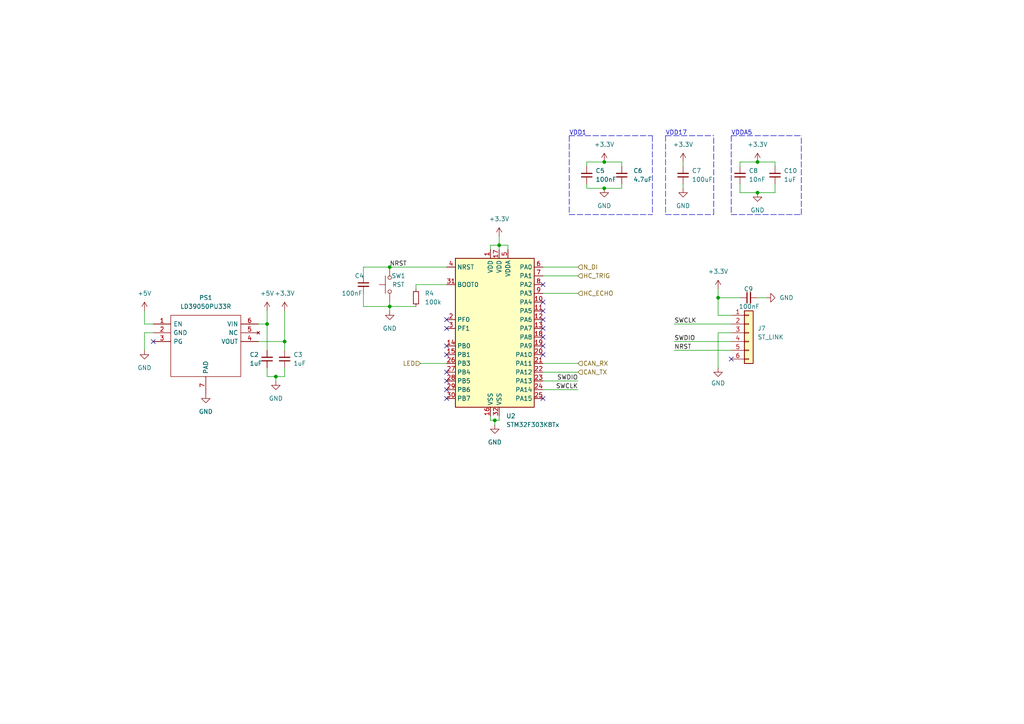
<source format=kicad_sch>
(kicad_sch (version 20211123) (generator eeschema)
  (paper "A4")
  (lib_symbols
    (symbol "Connector_Generic:Conn_01x06" (pin_names (offset 1.016) hide)
      (property "Reference" "J" (at 0 7.62 0))
      (property "Value" "Conn_01x06" (at 0 -10.16 0))
      (symbol "Conn_01x06_1_1"
        (rectangle (start -1.27 -7.493) (end 0 -7.747) (stroke (width 0.1524)))
        (rectangle (start -1.27 -4.953) (end 0 -5.207) (stroke (width 0.1524)))
        (rectangle (start -1.27 -2.413) (end 0 -2.667) (stroke (width 0.1524)))
        (rectangle (start -1.27 0.127) (end 0 -0.127) (stroke (width 0.1524)))
        (rectangle (start -1.27 2.667) (end 0 2.413) (stroke (width 0.1524)))
        (rectangle (start -1.27 5.207) (end 0 4.953) (stroke (width 0.1524)))
        (rectangle (start -1.27 6.35) (end 1.27 -8.89) (stroke (width 0.254)) (fill (type background)))
        (pin passive line (at -5.08 5.08 0) (length 3.81) (name "Pin_1") (number "1"))
        (pin passive line (at -5.08 2.54 0) (length 3.81) (name "Pin_2") (number "2"))
        (pin passive line (at -5.08 0 0) (length 3.81) (name "Pin_3") (number "3"))
        (pin passive line (at -5.08 -2.54 0) (length 3.81) (name "Pin_4") (number "4"))
        (pin passive line (at -5.08 -5.08 0) (length 3.81) (name "Pin_5") (number "5"))
        (pin passive line (at -5.08 -7.62 0) (length 3.81) (name "Pin_6") (number "6"))
      )
    )
    (symbol "Device:C_Small" (pin_numbers hide) (pin_names (offset 0.254) hide)
      (property "Reference" "C" (at 0.254 1.778 0))
      (property "Value" "C_Small" (at 0.254 -2.032 0))
      (symbol "C_Small_0_1"
        (polyline (pts (xy -1.524 -0.508) (xy 1.524 -0.508)) (stroke (width 0.3302)))
        (polyline (pts (xy -1.524 0.508) (xy 1.524 0.508)) (stroke (width 0.3048)))
      )
      (symbol "C_Small_1_1"
        (pin passive line (at 0 2.54 270) (length 2.032) (name "~") (number "1"))
        (pin passive line (at 0 -2.54 90) (length 2.032) (name "~") (number "2"))
      )
    )
    (symbol "Device:R_Small" (pin_numbers hide) (pin_names (offset 0.254) hide)
      (property "Reference" "R" (at 0.762 0.508 0))
      (property "Value" "R_Small" (at 0.762 -1.016 0))
      (symbol "R_Small_0_1"
        (rectangle (start -0.762 1.778) (end 0.762 -1.778) (stroke (width 0.2032)))
      )
      (symbol "R_Small_1_1"
        (pin passive line (at 0 2.54 270) (length 0.762) (name "~") (number "1"))
        (pin passive line (at 0 -2.54 90) (length 0.762) (name "~") (number "2"))
      )
    )
    (symbol "MCU_ST_STM32F3:STM32F303K8Tx"
      (property "Reference" "U" (at -12.7 21.59 0))
      (property "Value" "STM32F303K8Tx" (at 5.08 21.59 0))
      (symbol "STM32F303K8Tx_0_1"
        (rectangle (start -12.7 -22.86) (end 10.16 20.32) (stroke (width 0.254)) (fill (type background)))
      )
      (symbol "STM32F303K8Tx_1_1"
        (pin power_in line (at -2.54 22.86 270) (length 2.54) (name "VDD") (number "1"))
        (pin bidirectional line (at 12.7 7.62 180) (length 2.54) (name "PA4") (number "10"))
        (pin bidirectional line (at 12.7 5.08 180) (length 2.54) (name "PA5") (number "11"))
        (pin bidirectional line (at 12.7 2.54 180) (length 2.54) (name "PA6") (number "12"))
        (pin bidirectional line (at 12.7 0 180) (length 2.54) (name "PA7") (number "13"))
        (pin bidirectional line (at -15.24 -5.08 0) (length 2.54) (name "PB0") (number "14"))
        (pin bidirectional line (at -15.24 -7.62 0) (length 2.54) (name "PB1") (number "15"))
        (pin power_in line (at -2.54 -25.4 90) (length 2.54) (name "VSS") (number "16"))
        (pin power_in line (at 0 22.86 270) (length 2.54) (name "VDD") (number "17"))
        (pin bidirectional line (at 12.7 -2.54 180) (length 2.54) (name "PA8") (number "18"))
        (pin bidirectional line (at 12.7 -5.08 180) (length 2.54) (name "PA9") (number "19"))
        (pin input line (at -15.24 2.54 0) (length 2.54) (name "PF0") (number "2"))
        (pin bidirectional line (at 12.7 -7.62 180) (length 2.54) (name "PA10") (number "20"))
        (pin bidirectional line (at 12.7 -10.16 180) (length 2.54) (name "PA11") (number "21"))
        (pin bidirectional line (at 12.7 -12.7 180) (length 2.54) (name "PA12") (number "22"))
        (pin bidirectional line (at 12.7 -15.24 180) (length 2.54) (name "PA13") (number "23"))
        (pin bidirectional line (at 12.7 -17.78 180) (length 2.54) (name "PA14") (number "24"))
        (pin bidirectional line (at 12.7 -20.32 180) (length 2.54) (name "PA15") (number "25"))
        (pin bidirectional line (at -15.24 -10.16 0) (length 2.54) (name "PB3") (number "26"))
        (pin bidirectional line (at -15.24 -12.7 0) (length 2.54) (name "PB4") (number "27"))
        (pin bidirectional line (at -15.24 -15.24 0) (length 2.54) (name "PB5") (number "28"))
        (pin bidirectional line (at -15.24 -17.78 0) (length 2.54) (name "PB6") (number "29"))
        (pin input line (at -15.24 0 0) (length 2.54) (name "PF1") (number "3"))
        (pin bidirectional line (at -15.24 -20.32 0) (length 2.54) (name "PB7") (number "30"))
        (pin input line (at -15.24 12.7 0) (length 2.54) (name "BOOT0") (number "31"))
        (pin power_in line (at 0 -25.4 90) (length 2.54) (name "VSS") (number "32"))
        (pin input line (at -15.24 17.78 0) (length 2.54) (name "NRST") (number "4"))
        (pin power_in line (at 2.54 22.86 270) (length 2.54) (name "VDDA") (number "5"))
        (pin bidirectional line (at 12.7 17.78 180) (length 2.54) (name "PA0") (number "6"))
        (pin bidirectional line (at 12.7 15.24 180) (length 2.54) (name "PA1") (number "7"))
        (pin bidirectional line (at 12.7 12.7 180) (length 2.54) (name "PA2") (number "8"))
        (pin bidirectional line (at 12.7 10.16 180) (length 2.54) (name "PA3") (number "9"))
      )
    )
    (symbol "My_LIB:LD39050PU33R" (pin_names (offset 0.762))
      (property "Reference" "PS" (at 26.67 7.62 0))
      (property "Value" "LD39050PU33R" (at 26.67 5.08 0))
      (symbol "LD39050PU33R_0_0"
        (pin input line (at 0 0 0) (length 5.08) (name "EN") (number "1"))
        (pin power_in line (at 0 -2.54 0) (length 5.08) (name "GND") (number "2"))
        (pin output line (at 0 -5.08 0) (length 5.08) (name "PG") (number "3"))
        (pin power_out line (at 30.48 -5.08 180) (length 5.08) (name "VOUT") (number "4"))
        (pin no_connect line (at 30.48 -2.54 180) (length 5.08) (name "NC") (number "5"))
        (pin power_in line (at 30.48 0 180) (length 5.08) (name "VIN") (number "6"))
        (pin power_in line (at 15.24 -20.32 90) (length 5.08) (name "PAD") (number "7"))
      )
      (symbol "LD39050PU33R_0_1"
        (polyline (pts (xy 5.08 2.54) (xy 25.4 2.54) (xy 25.4 -15.24) (xy 5.08 -15.24) (xy 5.08 2.54)) (stroke (width 0.1524)))
      )
    )
    (symbol "Switch:SW_Push" (pin_numbers hide) (pin_names (offset 1.016) hide)
      (property "Reference" "SW" (at 1.27 2.54 0))
      (property "Value" "SW_Push" (at 0 -1.524 0))
      (symbol "SW_Push_0_1"
        (circle (center -2.032 0) (radius 0.508))
        (polyline (pts (xy 0 1.27) (xy 0 3.048)))
        (polyline (pts (xy 2.54 1.27) (xy -2.54 1.27)))
        (circle (center 2.032 0) (radius 0.508))
        (pin passive line (at -5.08 0 0) (length 2.54) (name "1") (number "1"))
        (pin passive line (at 5.08 0 180) (length 2.54) (name "2") (number "2"))
      )
    )
    (symbol "power:+3.3V" (power) (pin_names (offset 0))
      (property "Value" "+3.3V" (at 0 3.556 0))
      (symbol "+3.3V_0_1"
        (polyline (pts (xy -0.762 1.27) (xy 0 2.54)))
        (polyline (pts (xy 0 0) (xy 0 2.54)))
        (polyline (pts (xy 0 2.54) (xy 0.762 1.27)))
      )
      (symbol "+3.3V_1_1"
        (pin power_in line (at 0 0 90) (length 0) hide (name "+3.3V") (number "1"))
      )
    )
    (symbol "power:+5V" (power) (pin_names (offset 0))
      (property "Value" "+5V" (at 0 3.556 0))
      (symbol "+5V_0_1"
        (polyline (pts (xy -0.762 1.27) (xy 0 2.54)))
        (polyline (pts (xy 0 0) (xy 0 2.54)))
        (polyline (pts (xy 0 2.54) (xy 0.762 1.27)))
      )
      (symbol "+5V_1_1"
        (pin power_in line (at 0 0 90) (length 0) hide (name "+5V") (number "1"))
      )
    )
    (symbol "power:GND" (power) (pin_names (offset 0))
      (property "Value" "GND" (at 0 -3.81 0))
      (symbol "GND_0_1"
        (polyline (pts (xy 0 0) (xy 0 -1.27) (xy 1.27 -1.27) (xy 0 -2.54) (xy -1.27 -1.27) (xy 0 -1.27)))
      )
      (symbol "GND_1_1"
        (pin power_in line (at 0 0 270) (length 0) hide (name "GND") (number "1"))
      )
    )
  )
  (junction (at 175.26 46.99))
  (junction (at 80.01 109.22))
  (junction (at 219.71 46.99))
  (junction (at 175.26 54.61))
  (junction (at 82.55 99.06))
  (junction (at 143.51 121.92))
  (junction (at 113.03 77.47))
  (junction (at 144.78 71.12))
  (junction (at 219.71 55.88))
  (junction (at 208.28 86.36))
  (junction (at 113.03 88.9))
  (junction (at 77.47 93.98))
  (no_connect (at 157.48 97.79))
  (no_connect (at 129.54 100.33))
  (no_connect (at 157.48 92.71))
  (no_connect (at 129.54 92.71))
  (no_connect (at 157.48 82.55))
  (no_connect (at 212.09 104.14))
  (no_connect (at 129.54 107.95))
  (no_connect (at 157.48 87.63))
  (no_connect (at 129.54 115.57))
  (no_connect (at 129.54 110.49))
  (no_connect (at 129.54 113.03))
  (no_connect (at 129.54 102.87))
  (no_connect (at 157.48 100.33))
  (no_connect (at 157.48 90.17))
  (no_connect (at 157.48 115.57))
  (no_connect (at 157.48 102.87))
  (no_connect (at 44.45 99.06))
  (no_connect (at 157.48 95.25))
  (no_connect (at 129.54 95.25))
  (wire (pts (xy 82.55 90.17) (xy 82.55 99.06)))
  (wire (pts (xy 224.79 55.88) (xy 219.71 55.88)))
  (wire (pts (xy 143.51 121.92) (xy 144.78 121.92)))
  (polyline (pts (xy 207.01 62.23) (xy 207.01 39.37)))
  (wire (pts (xy 77.47 93.98) (xy 74.93 93.98)))
  (wire (pts (xy 77.47 93.98) (xy 77.47 101.6)))
  (wire (pts (xy 212.09 96.52) (xy 208.28 96.52)))
  (wire (pts (xy 157.48 113.03) (xy 167.64 113.03)))
  (wire (pts (xy 170.18 53.34) (xy 170.18 54.61)))
  (polyline (pts (xy 232.41 62.23) (xy 232.41 39.37)))
  (polyline (pts (xy 165.1 62.23) (xy 189.23 62.23)))
  (wire (pts (xy 214.63 46.99) (xy 219.71 46.99)))
  (wire (pts (xy 44.45 96.52) (xy 41.91 96.52)))
  (wire (pts (xy 170.18 48.26) (xy 170.18 46.99)))
  (wire (pts (xy 77.47 109.22) (xy 80.01 109.22)))
  (wire (pts (xy 157.48 77.47) (xy 167.64 77.47)))
  (wire (pts (xy 41.91 90.17) (xy 41.91 93.98)))
  (wire (pts (xy 214.63 48.26) (xy 214.63 46.99)))
  (wire (pts (xy 195.58 93.98) (xy 212.09 93.98)))
  (wire (pts (xy 195.58 101.6) (xy 212.09 101.6)))
  (wire (pts (xy 143.51 121.92) (xy 143.51 123.19)))
  (wire (pts (xy 157.48 105.41) (xy 167.64 105.41)))
  (polyline (pts (xy 165.1 39.37) (xy 165.1 62.23)))
  (wire (pts (xy 219.71 86.36) (xy 222.25 86.36)))
  (wire (pts (xy 120.65 82.55) (xy 129.54 82.55)))
  (wire (pts (xy 120.65 83.82) (xy 120.65 82.55)))
  (wire (pts (xy 157.48 80.01) (xy 167.64 80.01)))
  (wire (pts (xy 170.18 46.99) (xy 175.26 46.99)))
  (wire (pts (xy 113.03 87.63) (xy 113.03 88.9)))
  (wire (pts (xy 105.41 85.09) (xy 105.41 88.9)))
  (wire (pts (xy 157.48 85.09) (xy 167.64 85.09)))
  (wire (pts (xy 82.55 99.06) (xy 82.55 101.6)))
  (wire (pts (xy 142.24 121.92) (xy 143.51 121.92)))
  (wire (pts (xy 198.12 53.34) (xy 198.12 54.61)))
  (polyline (pts (xy 212.09 39.37) (xy 232.41 39.37)))
  (wire (pts (xy 157.48 107.95) (xy 167.64 107.95)))
  (wire (pts (xy 113.03 88.9) (xy 120.65 88.9)))
  (wire (pts (xy 195.58 99.06) (xy 212.09 99.06)))
  (wire (pts (xy 77.47 106.68) (xy 77.47 109.22)))
  (wire (pts (xy 214.63 55.88) (xy 219.71 55.88)))
  (wire (pts (xy 82.55 106.68) (xy 82.55 109.22)))
  (wire (pts (xy 208.28 86.36) (xy 208.28 91.44)))
  (wire (pts (xy 142.24 120.65) (xy 142.24 121.92)))
  (wire (pts (xy 144.78 71.12) (xy 144.78 72.39)))
  (wire (pts (xy 105.41 77.47) (xy 105.41 80.01)))
  (wire (pts (xy 208.28 96.52) (xy 208.28 106.68)))
  (wire (pts (xy 180.34 46.99) (xy 180.34 48.26)))
  (wire (pts (xy 113.03 77.47) (xy 129.54 77.47)))
  (wire (pts (xy 74.93 99.06) (xy 82.55 99.06)))
  (wire (pts (xy 208.28 86.36) (xy 214.63 86.36)))
  (wire (pts (xy 214.63 53.34) (xy 214.63 55.88)))
  (wire (pts (xy 105.41 88.9) (xy 113.03 88.9)))
  (wire (pts (xy 44.45 93.98) (xy 41.91 93.98)))
  (wire (pts (xy 157.48 110.49) (xy 167.64 110.49)))
  (wire (pts (xy 144.78 71.12) (xy 147.32 71.12)))
  (wire (pts (xy 170.18 54.61) (xy 175.26 54.61)))
  (polyline (pts (xy 189.23 39.37) (xy 189.23 62.23)))
  (polyline (pts (xy 193.04 62.23) (xy 207.01 62.23)))
  (wire (pts (xy 144.78 121.92) (xy 144.78 120.65)))
  (wire (pts (xy 219.71 46.99) (xy 224.79 46.99)))
  (wire (pts (xy 113.03 88.9) (xy 113.03 90.17)))
  (wire (pts (xy 224.79 46.99) (xy 224.79 48.26)))
  (wire (pts (xy 121.92 105.41) (xy 129.54 105.41)))
  (wire (pts (xy 142.24 71.12) (xy 144.78 71.12)))
  (polyline (pts (xy 212.09 39.37) (xy 212.09 62.23)))
  (wire (pts (xy 208.28 83.82) (xy 208.28 86.36)))
  (wire (pts (xy 212.09 91.44) (xy 208.28 91.44)))
  (wire (pts (xy 147.32 71.12) (xy 147.32 72.39)))
  (polyline (pts (xy 165.1 39.37) (xy 189.23 39.37)))
  (wire (pts (xy 224.79 53.34) (xy 224.79 55.88)))
  (wire (pts (xy 80.01 109.22) (xy 82.55 109.22)))
  (wire (pts (xy 180.34 53.34) (xy 180.34 54.61)))
  (wire (pts (xy 77.47 90.17) (xy 77.47 93.98)))
  (polyline (pts (xy 193.04 39.37) (xy 193.04 62.23)))
  (wire (pts (xy 80.01 109.22) (xy 80.01 110.49)))
  (wire (pts (xy 198.12 46.99) (xy 198.12 48.26)))
  (wire (pts (xy 175.26 54.61) (xy 180.34 54.61)))
  (wire (pts (xy 41.91 96.52) (xy 41.91 101.6)))
  (wire (pts (xy 113.03 77.47) (xy 105.41 77.47)))
  (wire (pts (xy 142.24 72.39) (xy 142.24 71.12)))
  (polyline (pts (xy 212.09 62.23) (xy 232.41 62.23)))
  (wire (pts (xy 175.26 46.99) (xy 180.34 46.99)))
  (wire (pts (xy 144.78 68.58) (xy 144.78 71.12)))
  (polyline (pts (xy 193.04 39.37) (xy 207.01 39.37)))
  (text "VDD17\n" (at 193.04 39.37 0) (effects (font (size 1.27 1.27)) (justify left bottom)))
  (text "VDDA5\n" (at 212.09 39.37 0) (effects (font (size 1.27 1.27)) (justify left bottom)))
  (text "VDD1" (at 165.1 39.37 0) (effects (font (size 1.27 1.27)) (justify left bottom)))
  (label "SWDIO" (at 195.58 99.06 0))
  (label "SWCLK" (at 167.64 113.03 180))
  (label "NRST" (at 113.03 77.47 0))
  (label "SWCLK" (at 195.58 93.98 0))
  (label "SWDIO" (at 167.64 110.49 180))
  (label "NRST" (at 195.58 101.6 0))
  (hierarchical_label "LED" (shape input) (at 121.92 105.41 180))
  (hierarchical_label "CAN_RX" (shape input) (at 167.64 105.41 0))
  (hierarchical_label "N_DI" (shape input) (at 167.64 77.47 0))
  (hierarchical_label "HC_ECHO" (shape input) (at 167.64 85.09 0))
  (hierarchical_label "HC_TRIG" (shape input) (at 167.64 80.01 0))
  (hierarchical_label "CAN_TX" (shape input) (at 167.64 107.95 0))
  (symbol (lib_id "power:+3.3V") (at 144.78 68.58 0) (unit 1)
    (property "Reference" "#PWR020" (effects hide))
    (property "Value" "+3.3V" (at 144.78 63.5 0))
  )
  (symbol (lib_id "power:GND") (at 143.51 123.19 0) (unit 1)
    (property "Reference" "#PWR019" (effects hide))
    (property "Value" "GND" (at 143.51 128.27 0))
  )
  (symbol (lib_id "power:GND") (at 175.26 54.61 0) (unit 1)
    (property "Reference" "#PWR0103" (effects hide))
    (property "Value" "GND" (at 175.26 59.69 0))
  )
  (symbol (lib_id "power:GND") (at 222.25 86.36 90) (unit 1)
    (property "Reference" "#PWR023" (effects hide))
    (property "Value" "GND" (at 226.06 86.3599 90) (effects (justify right)))
  )
  (symbol (lib_id "MCU_ST_STM32F3:STM32F303K8Tx") (at 144.78 95.25 0) (unit 1)
    (property "Reference" "U2" (at 146.7994 120.65 0) (effects (justify left)))
    (property "Value" "STM32F303K8Tx" (at 146.7994 123.19 0) (effects (justify left)))
    (property "Footprint" "Package_QFP:LQFP-32_7x7mm_P0.8mm" (effects hide))
    (property "Datasheet" "http://www.st.com/st-web-ui/static/active/en/resource/technical/document/datasheet/DM00092070.pdf" (effects hide))
  )
  (symbol (lib_id "power:GND") (at 41.91 101.6 0) (unit 1)
    (property "Reference" "#PWR013" (effects hide))
    (property "Value" "GND" (at 41.91 106.68 0))
  )
  (symbol (lib_id "power:GND") (at 80.01 110.49 0) (unit 1)
    (property "Reference" "#PWR016" (effects hide))
    (property "Value" "GND" (at 80.01 115.57 0))
  )
  (symbol (lib_id "Device:C_Small") (at 198.12 50.8 180) (unit 1)
    (property "Reference" "C7" (at 200.66 49.5235 0) (effects (justify right)))
    (property "Value" "100uF" (at 200.66 52.0635 0) (effects (justify right)))
    (property "Footprint" "Capacitor_SMD:C_0603_1608Metric" (effects hide))
  )
  (symbol (lib_id "Device:C_Small") (at 214.63 50.8 180) (unit 1)
    (property "Reference" "C8" (at 217.17 49.5235 0) (effects (justify right)))
    (property "Value" "10nF" (at 217.17 52.0635 0) (effects (justify right)))
    (property "Footprint" "Capacitor_SMD:C_0603_1608Metric" (effects hide))
  )
  (symbol (lib_id "power:+3.3V") (at 198.12 46.99 0) (unit 1)
    (property "Reference" "#PWR0101" (effects hide))
    (property "Value" "+3.3V" (at 198.12 41.91 0))
  )
  (symbol (lib_id "Device:C_Small") (at 170.18 50.8 180) (unit 1)
    (property "Reference" "C5" (at 172.72 49.5235 0) (effects (justify right)))
    (property "Value" "100nF" (at 172.72 52.0635 0) (effects (justify right)))
    (property "Footprint" "Capacitor_SMD:C_0603_1608Metric" (effects hide))
  )
  (symbol (lib_id "power:+3.3V") (at 208.28 83.82 0) (unit 1)
    (property "Reference" "#PWR021" (effects hide))
    (property "Value" "+3.3V" (at 208.28 78.74 0))
  )
  (symbol (lib_id "Device:C_Small") (at 105.41 82.55 0) (unit 1)
    (property "Reference" "C4" (at 102.87 80.01 0) (effects (justify left)))
    (property "Value" "100nF" (at 99.06 85.09 0) (effects (justify left)))
    (property "Footprint" "Capacitor_SMD:C_0603_1608Metric" (effects hide))
  )
  (symbol (lib_id "power:+3.3V") (at 219.71 46.99 0) (unit 1)
    (property "Reference" "#PWR0105" (effects hide))
    (property "Value" "+3.3V" (at 219.71 41.91 0))
  )
  (symbol (lib_id "power:GND") (at 113.03 90.17 0) (unit 1)
    (property "Reference" "#PWR018" (effects hide))
    (property "Value" "GND" (at 113.03 95.25 0))
  )
  (symbol (lib_id "Device:C_Small") (at 82.55 104.14 180) (unit 1)
    (property "Reference" "C3" (at 85.09 102.8635 0) (effects (justify right)))
    (property "Value" "1uF" (at 85.09 105.4035 0) (effects (justify right)))
    (property "Footprint" "Capacitor_SMD:C_0603_1608Metric" (effects hide))
  )
  (symbol (lib_id "power:GND") (at 59.69 114.3 0) (unit 1)
    (property "Reference" "#PWR014" (effects hide))
    (property "Value" "GND" (at 59.69 119.38 0))
  )
  (symbol (lib_id "Device:R_Small") (at 120.65 86.36 0) (unit 1)
    (property "Reference" "R4" (at 123.19 85.0899 0) (effects (justify left)))
    (property "Value" "100k" (at 123.19 87.6299 0) (effects (justify left)))
    (property "Footprint" "Resistor_SMD:R_0603_1608Metric" (effects hide))
  )
  (symbol (lib_id "Switch:SW_Push") (at 113.03 82.55 90) (unit 1)
    (property "Reference" "SW1" (at 115.57 80.01 90))
    (property "Value" "RST" (at 115.57 82.55 90))
    (property "Footprint" "Button_Switch_SMD:SW_SPST_TL3305A" (effects hide))
  )
  (symbol (lib_id "Device:C_Small") (at 77.47 104.14 180) (unit 1)
    (property "Reference" "C2" (at 72.39 102.87 0) (effects (justify right)))
    (property "Value" "1uF" (at 72.39 105.41 0) (effects (justify right)))
    (property "Footprint" "Capacitor_SMD:C_0603_1608Metric" (effects hide))
  )
  (symbol (lib_id "Device:C_Small") (at 180.34 50.8 180) (unit 1)
    (property "Reference" "C6" (at 183.6841 49.5235 0) (effects (justify right)))
    (property "Value" "4.7uF" (at 183.6841 52.0635 0) (effects (justify right)))
    (property "Footprint" "Capacitor_SMD:C_0603_1608Metric" (effects hide))
  )
  (symbol (lib_id "power:+3.3V") (at 82.55 90.17 0) (unit 1)
    (property "Reference" "#PWR017" (effects hide))
    (property "Value" "+3.3V" (at 82.55 85.09 0))
  )
  (symbol (lib_id "power:+3.3V") (at 175.26 46.99 0) (unit 1)
    (property "Reference" "#PWR0102" (effects hide))
    (property "Value" "+3.3V" (at 175.26 41.91 0))
  )
  (symbol (lib_id "My_LIB:LD39050PU33R") (at 44.45 93.98 0) (unit 1)
    (property "Reference" "PS1" (at 59.69 86.36 0))
    (property "Value" "LD39050PU33R" (at 59.69 88.9 0))
    (property "Footprint" "My_Lib:SON95P300X300X100-7N-D" (effects hide))
    (property "Datasheet" "https://componentsearchengine.com/Datasheets/2/LD39050PU33R.pdf" (effects hide))
    (property "Description" "STMICROELECTRONICS - LD39050PU33R - LDO, FIXED, 3.3V, 0.5A, DFN-6" (effects hide))
    (property "Height" "1" (effects hide))
    (property "Manufacturer_Name" "STMicroelectronics" (effects hide))
    (property "Manufacturer_Part_Number" "LD39050PU33R" (effects hide))
    (property "Mouser Part Number" "511-LD39050PU33R" (effects hide))
    (property "Mouser Price/Stock" "https://www.mouser.co.uk/ProductDetail/STMicroelectronics/LD39050PU33R?qs=5HwTSiuA5HCrgw9sKi%2FGcQ%3D%3D" (effects hide))
    (property "Arrow Part Number" "LD39050PU33R" (effects hide))
    (property "Arrow Price/Stock" "https://www.arrow.com/en/products/ld39050pu33r/stmicroelectronics?region=nac" (effects hide))
  )
  (symbol (lib_id "Connector_Generic:Conn_01x06") (at 217.17 96.52 0) (unit 1)
    (property "Reference" "J7" (at 219.71 95.2499 0) (effects (justify left)))
    (property "Value" "ST_LINK" (at 219.71 97.7899 0) (effects (justify left)))
    (property "Footprint" "Connector_JST:JST_SH_BM06B-SRSS-TB_1x06-1MP_P1.00mm_Vertical" (effects hide))
    (property "Mouser Part Number" "local store" (effects hide))
    (property "Manufacturer_Name" "JST" (effects hide))
  )
  (symbol (lib_id "power:GND") (at 219.71 55.88 0) (unit 1)
    (property "Reference" "#PWR0104" (effects hide))
    (property "Value" "GND" (at 219.71 60.96 0))
  )
  (symbol (lib_id "Device:C_Small") (at 217.17 86.36 90) (unit 1)
    (property "Reference" "C9" (at 218.44 83.82 90) (effects (justify left)))
    (property "Value" "100nF" (at 220.345 88.9 90) (effects (justify left)))
    (property "Footprint" "Capacitor_SMD:C_0603_1608Metric" (effects hide))
    (property "Manufacturer_Name" "YAGEO" (effects hide))
    (property "Manufacturer_Part_Number" "CC603KRX7R8BB104" (effects hide))
    (property "Mouser Part Number" "603-CC603KRX7R8BB104" (effects hide))
  )
  (symbol (lib_id "Device:C_Small") (at 224.79 50.8 180) (unit 1)
    (property "Reference" "C10" (at 227.33 49.5235 0) (effects (justify right)))
    (property "Value" "1uF" (at 227.33 52.0635 0) (effects (justify right)))
    (property "Footprint" "Capacitor_SMD:C_0603_1608Metric" (effects hide))
  )
  (symbol (lib_id "power:+5V") (at 77.47 90.17 0) (unit 1)
    (property "Reference" "#PWR015" (effects hide))
    (property "Value" "+5V" (at 77.47 85.09 0))
  )
  (symbol (lib_id "power:GND") (at 198.12 54.61 0) (unit 1)
    (property "Reference" "#PWR0106" (effects hide))
    (property "Value" "GND" (at 198.12 59.69 0))
  )
  (symbol (lib_id "power:+5V") (at 41.91 90.17 0) (unit 1)
    (property "Reference" "#PWR012" (effects hide))
    (property "Value" "+5V" (at 41.91 85.09 0))
  )
  (symbol (lib_id "power:GND") (at 208.28 106.68 0) (unit 1)
    (property "Reference" "#PWR022" (effects hide))
    (property "Value" "GND" (at 208.28 111.125 0))
  )
)
</source>
